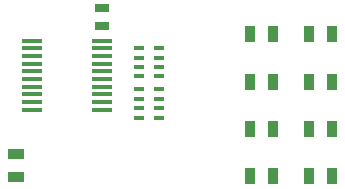
<source format=gbr>
G04 #@! TF.GenerationSoftware,KiCad,Pcbnew,5.0.2*
G04 #@! TF.CreationDate,2020-06-05T09:12:56+02:00*
G04 #@! TF.ProjectId,pmod-8leds,706d6f64-2d38-46c6-9564-732e6b696361,rev?*
G04 #@! TF.SameCoordinates,Original*
G04 #@! TF.FileFunction,Paste,Top*
G04 #@! TF.FilePolarity,Positive*
%FSLAX46Y46*%
G04 Gerber Fmt 4.6, Leading zero omitted, Abs format (unit mm)*
G04 Created by KiCad (PCBNEW 5.0.2) date ven. 05 juin 2020 09:12:56 CEST*
%MOMM*%
%LPD*%
G01*
G04 APERTURE LIST*
%ADD10R,1.780540X0.304800*%
%ADD11R,1.780540X0.299720*%
%ADD12R,1.397000X0.889000*%
%ADD13R,0.900000X0.400000*%
%ADD14R,0.889000X1.397000*%
%ADD15R,1.143000X0.635000*%
G04 APERTURE END LIST*
D10*
G04 #@! TO.C,U1*
X139530740Y-100175000D03*
X139530740Y-100825000D03*
X139530740Y-101475000D03*
X139530740Y-102125000D03*
X139530740Y-102775000D03*
X139530740Y-103425000D03*
X139530740Y-104075000D03*
X139530740Y-104725000D03*
D11*
X145469260Y-104725000D03*
X145469260Y-104075000D03*
X145469260Y-103425000D03*
X145469260Y-102775000D03*
X145469260Y-102125000D03*
X145469260Y-101475000D03*
X145469260Y-100825000D03*
X145469260Y-100175000D03*
D10*
X139528200Y-99525000D03*
X139528200Y-105375000D03*
X145469260Y-105375000D03*
D11*
X145469260Y-99525000D03*
G04 #@! TD*
D12*
G04 #@! TO.C,C1*
X138250000Y-111052500D03*
X138250000Y-109147500D03*
G04 #@! TD*
D13*
G04 #@! TO.C,RP1*
X148650000Y-100950000D03*
X148650000Y-101750000D03*
X148650000Y-100150000D03*
X148650000Y-102550000D03*
X150350000Y-100150000D03*
X150350000Y-100950000D03*
X150350000Y-101750000D03*
X150350000Y-102550000D03*
G04 #@! TD*
G04 #@! TO.C,RP2*
X150350000Y-106050000D03*
X150350000Y-105250000D03*
X150350000Y-104450000D03*
X150350000Y-103650000D03*
X148650000Y-106050000D03*
X148650000Y-103650000D03*
X148650000Y-105250000D03*
X148650000Y-104450000D03*
G04 #@! TD*
D14*
G04 #@! TO.C,D1*
X164952500Y-99000000D03*
X163047500Y-99000000D03*
G04 #@! TD*
G04 #@! TO.C,D2*
X164952500Y-103000000D03*
X163047500Y-103000000D03*
G04 #@! TD*
G04 #@! TO.C,D3*
X164952500Y-107000000D03*
X163047500Y-107000000D03*
G04 #@! TD*
G04 #@! TO.C,D4*
X164952500Y-111000000D03*
X163047500Y-111000000D03*
G04 #@! TD*
G04 #@! TO.C,D5*
X158047500Y-99000000D03*
X159952500Y-99000000D03*
G04 #@! TD*
G04 #@! TO.C,D6*
X158047500Y-103000000D03*
X159952500Y-103000000D03*
G04 #@! TD*
G04 #@! TO.C,D7*
X158047500Y-107000000D03*
X159952500Y-107000000D03*
G04 #@! TD*
G04 #@! TO.C,D8*
X158047500Y-111000000D03*
X159952500Y-111000000D03*
G04 #@! TD*
D15*
G04 #@! TO.C,C2*
X145500000Y-98262000D03*
X145500000Y-96738000D03*
G04 #@! TD*
M02*

</source>
